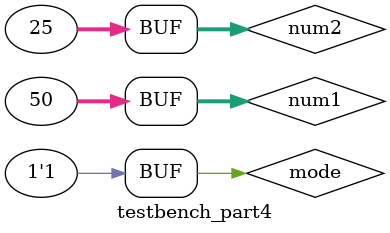
<source format=v>
`timescale 1ns / 1ps

    
//    reg a, b, carryIN;
//    wire carry, sum;
    
//    full_adder UUT(.A(a), .B(b), .CarryIN(carryIN), .CarryOUT(carry), .Sum(sum));
////    half_adder UUT(.A(a), .B(b), .Carry(carry), .Sum(sum));

    
//    initial begin
//        count = 0;
//        for ( i = 0; i < 2**numin; i = i + 1 ) begin
//            assign a = count[1];
//            assign b = count[0];
//            assign carryIN = 0;
            
//            count = count + 1;
//            #10;
//        end
//    end
    
//endmodule

//module testbench_part2(); // part 2
//    parameter numin = 8;
    
//    reg[numin - 1:0] a, b;
//    reg carryIN;
//    wire[numin - 1:0] sum;
//    wire carryOUT;
    
//    eight_bit_ripple_adder UUT(.A(a), .B(b), .CarryIN(carryIN), .CarryOUT(carryOUT), .Sum(sum));
    
//    initial begin
//        assign a = 8'b11001011;
//        assign b = 8'b10101010;
//        assign carryIN = 0;
//        #10;
//        assign carryIN = 1;
//        #10
//        assign a = 0;
//        assign b = 0;
//        assign carryIN = 0;
//    end
    
//endmodule

//module testbench_part3();
//  reg [7:0] Num1, Num2;
//  reg CarryIN;

//  wire[7:0] Sum;
//  wire CarryOUT;

//  eight_bit_carry_look_adder instance_1(.Num1(Num1), .Num2(Num2), .CarryIN(CarryIN), .CarryOUT(CarryOUT), .Sum(Sum));
////  eight_bit_ripple_adder UUT(.A(Num1), .B(Num2), .CarryIN(CarryIN), .CarryOUT(CarryOUT), .Sum(Sum));

//  initial begin
//    $monitor("Num1 = %d, Num2 = %d, CarryIN = %b | CarryOUT = %b, Sum = %d", Num1, Num2, CarryIN, CarryOUT, Sum);

//    Num1 = 8'b11001011; 
//    Num2 = 8'b10101010; 
//    CarryIN = 0;
//    #10;

//  end
//endmodule

module testbench_part4();
  reg[31:0] num1, num2;
  reg mode;
  
  wire [31:0] sum;
  wire carryout;
  
  // CarryIN is the mode (0 for addition; 1 for subtractions)
  thirtytwo_bit_multi_adder UUT(.Num1(num1), .Num2(num2), .Mode(mode), .CarryOUT(carryout), .Sum(sum));

  initial begin
    $monitor("Mode = %b | Number 1 = %d, Number2 = %d | Sum = %d, CarryOUT = %b", mode, num1, num2, sum, carryout);

    mode = 0;
    num1 = 32'd50;
    num2 = 32'd25;
    #10;

    mode = 1;
    num1 = 32'd50;
    num2 = 32'd25;
    #10;

  end

endmodule

</source>
